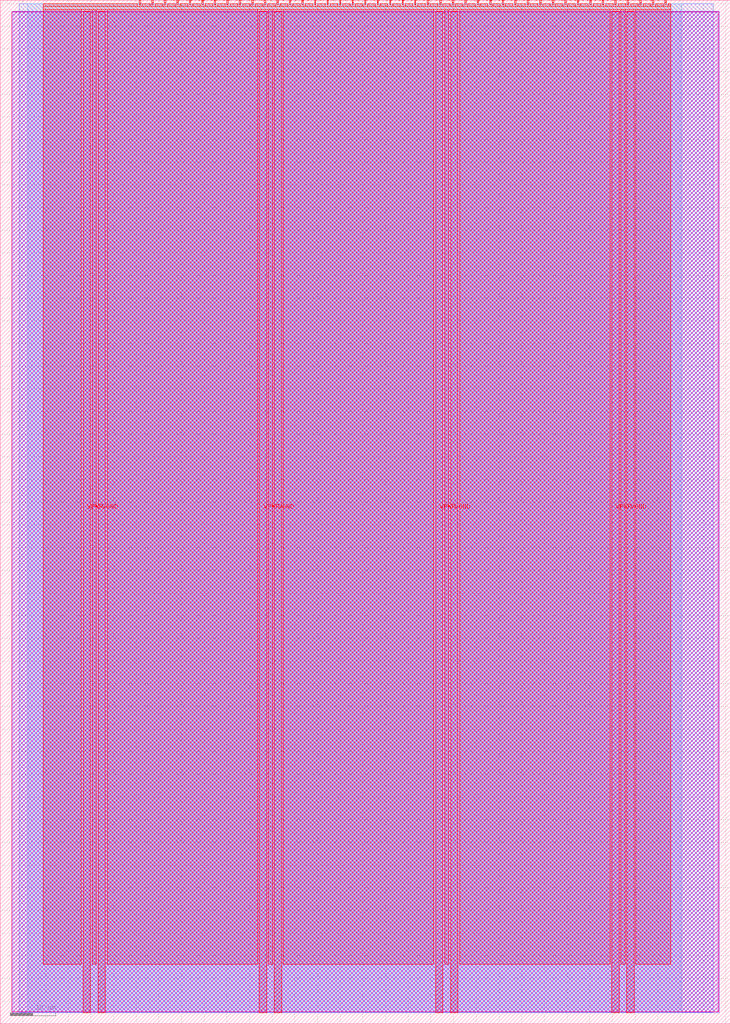
<source format=lef>
VERSION 5.7 ;
  NOWIREEXTENSIONATPIN ON ;
  DIVIDERCHAR "/" ;
  BUSBITCHARS "[]" ;
MACRO tt_um_gfcwfzkm_scope_bfh_mht1_3
  CLASS BLOCK ;
  FOREIGN tt_um_gfcwfzkm_scope_bfh_mht1_3 ;
  ORIGIN 0.000 0.000 ;
  SIZE 161.000 BY 225.760 ;
  PIN VGND
    DIRECTION INOUT ;
    USE GROUND ;
    PORT
      LAYER met4 ;
        RECT 21.580 2.480 23.180 223.280 ;
    END
    PORT
      LAYER met4 ;
        RECT 60.450 2.480 62.050 223.280 ;
    END
    PORT
      LAYER met4 ;
        RECT 99.320 2.480 100.920 223.280 ;
    END
    PORT
      LAYER met4 ;
        RECT 138.190 2.480 139.790 223.280 ;
    END
  END VGND
  PIN VPWR
    DIRECTION INOUT ;
    USE POWER ;
    PORT
      LAYER met4 ;
        RECT 18.280 2.480 19.880 223.280 ;
    END
    PORT
      LAYER met4 ;
        RECT 57.150 2.480 58.750 223.280 ;
    END
    PORT
      LAYER met4 ;
        RECT 96.020 2.480 97.620 223.280 ;
    END
    PORT
      LAYER met4 ;
        RECT 134.890 2.480 136.490 223.280 ;
    END
  END VPWR
  PIN clk
    DIRECTION INPUT ;
    USE SIGNAL ;
    ANTENNAGATEAREA 0.852000 ;
    PORT
      LAYER met4 ;
        RECT 143.830 224.760 144.130 225.760 ;
    END
  END clk
  PIN ena
    DIRECTION INPUT ;
    USE SIGNAL ;
    PORT
      LAYER met4 ;
        RECT 146.590 224.760 146.890 225.760 ;
    END
  END ena
  PIN rst_n
    DIRECTION INPUT ;
    USE SIGNAL ;
    ANTENNAGATEAREA 0.196500 ;
    PORT
      LAYER met4 ;
        RECT 141.070 224.760 141.370 225.760 ;
    END
  END rst_n
  PIN ui_in[0]
    DIRECTION INPUT ;
    USE SIGNAL ;
    ANTENNAGATEAREA 0.196500 ;
    PORT
      LAYER met4 ;
        RECT 138.310 224.760 138.610 225.760 ;
    END
  END ui_in[0]
  PIN ui_in[1]
    DIRECTION INPUT ;
    USE SIGNAL ;
    ANTENNAGATEAREA 0.196500 ;
    PORT
      LAYER met4 ;
        RECT 135.550 224.760 135.850 225.760 ;
    END
  END ui_in[1]
  PIN ui_in[2]
    DIRECTION INPUT ;
    USE SIGNAL ;
    ANTENNAGATEAREA 0.196500 ;
    PORT
      LAYER met4 ;
        RECT 132.790 224.760 133.090 225.760 ;
    END
  END ui_in[2]
  PIN ui_in[3]
    DIRECTION INPUT ;
    USE SIGNAL ;
    ANTENNAGATEAREA 0.196500 ;
    PORT
      LAYER met4 ;
        RECT 130.030 224.760 130.330 225.760 ;
    END
  END ui_in[3]
  PIN ui_in[4]
    DIRECTION INPUT ;
    USE SIGNAL ;
    ANTENNAGATEAREA 0.196500 ;
    PORT
      LAYER met4 ;
        RECT 127.270 224.760 127.570 225.760 ;
    END
  END ui_in[4]
  PIN ui_in[5]
    DIRECTION INPUT ;
    USE SIGNAL ;
    ANTENNAGATEAREA 0.196500 ;
    PORT
      LAYER met4 ;
        RECT 124.510 224.760 124.810 225.760 ;
    END
  END ui_in[5]
  PIN ui_in[6]
    DIRECTION INPUT ;
    USE SIGNAL ;
    ANTENNAGATEAREA 0.196500 ;
    PORT
      LAYER met4 ;
        RECT 121.750 224.760 122.050 225.760 ;
    END
  END ui_in[6]
  PIN ui_in[7]
    DIRECTION INPUT ;
    USE SIGNAL ;
    ANTENNAGATEAREA 0.196500 ;
    PORT
      LAYER met4 ;
        RECT 118.990 224.760 119.290 225.760 ;
    END
  END ui_in[7]
  PIN uio_in[0]
    DIRECTION INPUT ;
    USE SIGNAL ;
    PORT
      LAYER met4 ;
        RECT 116.230 224.760 116.530 225.760 ;
    END
  END uio_in[0]
  PIN uio_in[1]
    DIRECTION INPUT ;
    USE SIGNAL ;
    PORT
      LAYER met4 ;
        RECT 113.470 224.760 113.770 225.760 ;
    END
  END uio_in[1]
  PIN uio_in[2]
    DIRECTION INPUT ;
    USE SIGNAL ;
    PORT
      LAYER met4 ;
        RECT 110.710 224.760 111.010 225.760 ;
    END
  END uio_in[2]
  PIN uio_in[3]
    DIRECTION INPUT ;
    USE SIGNAL ;
    PORT
      LAYER met4 ;
        RECT 107.950 224.760 108.250 225.760 ;
    END
  END uio_in[3]
  PIN uio_in[4]
    DIRECTION INPUT ;
    USE SIGNAL ;
    PORT
      LAYER met4 ;
        RECT 105.190 224.760 105.490 225.760 ;
    END
  END uio_in[4]
  PIN uio_in[5]
    DIRECTION INPUT ;
    USE SIGNAL ;
    PORT
      LAYER met4 ;
        RECT 102.430 224.760 102.730 225.760 ;
    END
  END uio_in[5]
  PIN uio_in[6]
    DIRECTION INPUT ;
    USE SIGNAL ;
    PORT
      LAYER met4 ;
        RECT 99.670 224.760 99.970 225.760 ;
    END
  END uio_in[6]
  PIN uio_in[7]
    DIRECTION INPUT ;
    USE SIGNAL ;
    PORT
      LAYER met4 ;
        RECT 96.910 224.760 97.210 225.760 ;
    END
  END uio_in[7]
  PIN uio_oe[0]
    DIRECTION OUTPUT ;
    USE SIGNAL ;
    PORT
      LAYER met4 ;
        RECT 49.990 224.760 50.290 225.760 ;
    END
  END uio_oe[0]
  PIN uio_oe[1]
    DIRECTION OUTPUT ;
    USE SIGNAL ;
    PORT
      LAYER met4 ;
        RECT 47.230 224.760 47.530 225.760 ;
    END
  END uio_oe[1]
  PIN uio_oe[2]
    DIRECTION OUTPUT ;
    USE SIGNAL ;
    PORT
      LAYER met4 ;
        RECT 44.470 224.760 44.770 225.760 ;
    END
  END uio_oe[2]
  PIN uio_oe[3]
    DIRECTION OUTPUT ;
    USE SIGNAL ;
    PORT
      LAYER met4 ;
        RECT 41.710 224.760 42.010 225.760 ;
    END
  END uio_oe[3]
  PIN uio_oe[4]
    DIRECTION OUTPUT ;
    USE SIGNAL ;
    PORT
      LAYER met4 ;
        RECT 38.950 224.760 39.250 225.760 ;
    END
  END uio_oe[4]
  PIN uio_oe[5]
    DIRECTION OUTPUT ;
    USE SIGNAL ;
    PORT
      LAYER met4 ;
        RECT 36.190 224.760 36.490 225.760 ;
    END
  END uio_oe[5]
  PIN uio_oe[6]
    DIRECTION OUTPUT ;
    USE SIGNAL ;
    PORT
      LAYER met4 ;
        RECT 33.430 224.760 33.730 225.760 ;
    END
  END uio_oe[6]
  PIN uio_oe[7]
    DIRECTION OUTPUT ;
    USE SIGNAL ;
    PORT
      LAYER met4 ;
        RECT 30.670 224.760 30.970 225.760 ;
    END
  END uio_oe[7]
  PIN uio_out[0]
    DIRECTION OUTPUT ;
    USE SIGNAL ;
    ANTENNADIFFAREA 0.445500 ;
    PORT
      LAYER met4 ;
        RECT 72.070 224.760 72.370 225.760 ;
    END
  END uio_out[0]
  PIN uio_out[1]
    DIRECTION OUTPUT ;
    USE SIGNAL ;
    ANTENNADIFFAREA 0.795200 ;
    PORT
      LAYER met4 ;
        RECT 69.310 224.760 69.610 225.760 ;
    END
  END uio_out[1]
  PIN uio_out[2]
    DIRECTION OUTPUT ;
    USE SIGNAL ;
    ANTENNADIFFAREA 0.795200 ;
    PORT
      LAYER met4 ;
        RECT 66.550 224.760 66.850 225.760 ;
    END
  END uio_out[2]
  PIN uio_out[3]
    DIRECTION OUTPUT ;
    USE SIGNAL ;
    ANTENNADIFFAREA 0.795200 ;
    PORT
      LAYER met4 ;
        RECT 63.790 224.760 64.090 225.760 ;
    END
  END uio_out[3]
  PIN uio_out[4]
    DIRECTION OUTPUT ;
    USE SIGNAL ;
    ANTENNADIFFAREA 0.795200 ;
    PORT
      LAYER met4 ;
        RECT 61.030 224.760 61.330 225.760 ;
    END
  END uio_out[4]
  PIN uio_out[5]
    DIRECTION OUTPUT ;
    USE SIGNAL ;
    ANTENNADIFFAREA 0.795200 ;
    PORT
      LAYER met4 ;
        RECT 58.270 224.760 58.570 225.760 ;
    END
  END uio_out[5]
  PIN uio_out[6]
    DIRECTION OUTPUT ;
    USE SIGNAL ;
    ANTENNADIFFAREA 0.795200 ;
    PORT
      LAYER met4 ;
        RECT 55.510 224.760 55.810 225.760 ;
    END
  END uio_out[6]
  PIN uio_out[7]
    DIRECTION OUTPUT ;
    USE SIGNAL ;
    ANTENNADIFFAREA 0.795200 ;
    PORT
      LAYER met4 ;
        RECT 52.750 224.760 53.050 225.760 ;
    END
  END uio_out[7]
  PIN uo_out[0]
    DIRECTION OUTPUT ;
    USE SIGNAL ;
    ANTENNADIFFAREA 0.795200 ;
    PORT
      LAYER met4 ;
        RECT 94.150 224.760 94.450 225.760 ;
    END
  END uo_out[0]
  PIN uo_out[1]
    DIRECTION OUTPUT ;
    USE SIGNAL ;
    ANTENNADIFFAREA 0.445500 ;
    PORT
      LAYER met4 ;
        RECT 91.390 224.760 91.690 225.760 ;
    END
  END uo_out[1]
  PIN uo_out[2]
    DIRECTION OUTPUT ;
    USE SIGNAL ;
    ANTENNADIFFAREA 0.795200 ;
    PORT
      LAYER met4 ;
        RECT 88.630 224.760 88.930 225.760 ;
    END
  END uo_out[2]
  PIN uo_out[3]
    DIRECTION OUTPUT ;
    USE SIGNAL ;
    ANTENNADIFFAREA 0.795200 ;
    PORT
      LAYER met4 ;
        RECT 85.870 224.760 86.170 225.760 ;
    END
  END uo_out[3]
  PIN uo_out[4]
    DIRECTION OUTPUT ;
    USE SIGNAL ;
    ANTENNADIFFAREA 0.445500 ;
    PORT
      LAYER met4 ;
        RECT 83.110 224.760 83.410 225.760 ;
    END
  END uo_out[4]
  PIN uo_out[5]
    DIRECTION OUTPUT ;
    USE SIGNAL ;
    ANTENNADIFFAREA 0.445500 ;
    PORT
      LAYER met4 ;
        RECT 80.350 224.760 80.650 225.760 ;
    END
  END uo_out[5]
  PIN uo_out[6]
    DIRECTION OUTPUT ;
    USE SIGNAL ;
    ANTENNADIFFAREA 0.445500 ;
    PORT
      LAYER met4 ;
        RECT 77.590 224.760 77.890 225.760 ;
    END
  END uo_out[6]
  PIN uo_out[7]
    DIRECTION OUTPUT ;
    USE SIGNAL ;
    ANTENNADIFFAREA 0.445500 ;
    PORT
      LAYER met4 ;
        RECT 74.830 224.760 75.130 225.760 ;
    END
  END uo_out[7]
  OBS
      LAYER nwell ;
        RECT 2.570 2.635 158.430 223.230 ;
      LAYER li1 ;
        RECT 2.760 2.635 158.240 223.125 ;
      LAYER met1 ;
        RECT 2.760 2.480 158.540 223.280 ;
      LAYER met2 ;
        RECT 4.240 2.535 157.220 224.925 ;
      LAYER met3 ;
        RECT 6.045 2.555 150.355 224.905 ;
      LAYER met4 ;
        RECT 9.495 224.360 30.270 224.905 ;
        RECT 31.370 224.360 33.030 224.905 ;
        RECT 34.130 224.360 35.790 224.905 ;
        RECT 36.890 224.360 38.550 224.905 ;
        RECT 39.650 224.360 41.310 224.905 ;
        RECT 42.410 224.360 44.070 224.905 ;
        RECT 45.170 224.360 46.830 224.905 ;
        RECT 47.930 224.360 49.590 224.905 ;
        RECT 50.690 224.360 52.350 224.905 ;
        RECT 53.450 224.360 55.110 224.905 ;
        RECT 56.210 224.360 57.870 224.905 ;
        RECT 58.970 224.360 60.630 224.905 ;
        RECT 61.730 224.360 63.390 224.905 ;
        RECT 64.490 224.360 66.150 224.905 ;
        RECT 67.250 224.360 68.910 224.905 ;
        RECT 70.010 224.360 71.670 224.905 ;
        RECT 72.770 224.360 74.430 224.905 ;
        RECT 75.530 224.360 77.190 224.905 ;
        RECT 78.290 224.360 79.950 224.905 ;
        RECT 81.050 224.360 82.710 224.905 ;
        RECT 83.810 224.360 85.470 224.905 ;
        RECT 86.570 224.360 88.230 224.905 ;
        RECT 89.330 224.360 90.990 224.905 ;
        RECT 92.090 224.360 93.750 224.905 ;
        RECT 94.850 224.360 96.510 224.905 ;
        RECT 97.610 224.360 99.270 224.905 ;
        RECT 100.370 224.360 102.030 224.905 ;
        RECT 103.130 224.360 104.790 224.905 ;
        RECT 105.890 224.360 107.550 224.905 ;
        RECT 108.650 224.360 110.310 224.905 ;
        RECT 111.410 224.360 113.070 224.905 ;
        RECT 114.170 224.360 115.830 224.905 ;
        RECT 116.930 224.360 118.590 224.905 ;
        RECT 119.690 224.360 121.350 224.905 ;
        RECT 122.450 224.360 124.110 224.905 ;
        RECT 125.210 224.360 126.870 224.905 ;
        RECT 127.970 224.360 129.630 224.905 ;
        RECT 130.730 224.360 132.390 224.905 ;
        RECT 133.490 224.360 135.150 224.905 ;
        RECT 136.250 224.360 137.910 224.905 ;
        RECT 139.010 224.360 140.670 224.905 ;
        RECT 141.770 224.360 143.430 224.905 ;
        RECT 144.530 224.360 146.190 224.905 ;
        RECT 147.290 224.360 147.825 224.905 ;
        RECT 9.495 223.680 147.825 224.360 ;
        RECT 9.495 13.095 17.880 223.680 ;
        RECT 20.280 13.095 21.180 223.680 ;
        RECT 23.580 13.095 56.750 223.680 ;
        RECT 59.150 13.095 60.050 223.680 ;
        RECT 62.450 13.095 95.620 223.680 ;
        RECT 98.020 13.095 98.920 223.680 ;
        RECT 101.320 13.095 134.490 223.680 ;
        RECT 136.890 13.095 137.790 223.680 ;
        RECT 140.190 13.095 147.825 223.680 ;
  END
END tt_um_gfcwfzkm_scope_bfh_mht1_3
END LIBRARY


</source>
